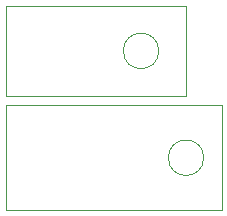
<source format=gbr>
%FSLAX34Y34*%
%MOMM*%
%LNOUTLINE*%
G71*
G01*
%ADD10C, 0.100*%
%LPD*%
G54D10*
X9525Y-14288D02*
X161925Y-14288D01*
X161925Y-90488D01*
X9525Y-90488D01*
X9525Y-14288D01*
G54D10*
X9525Y-98425D02*
X192088Y-98425D01*
X192088Y-187325D01*
X9525Y-187325D01*
X9525Y-98425D01*
G54D10*
G75*
G01X176925Y-142875D02*
G03X176925Y-142875I-15000J0D01*
G01*
G54D10*
G75*
G01X138825Y-52387D02*
G03X138825Y-52387I-15000J0D01*
G01*
M02*

</source>
